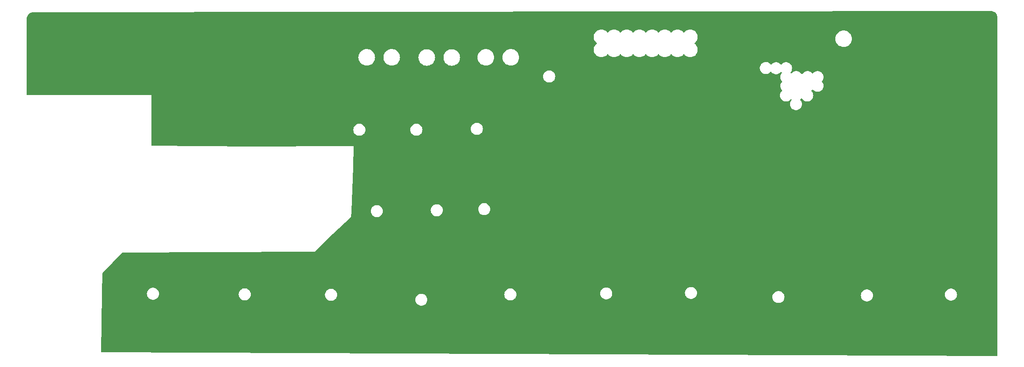
<source format=gbr>
%TF.GenerationSoftware,KiCad,Pcbnew,7.0.7*%
%TF.CreationDate,2024-09-30T16:59:32+02:00*%
%TF.ProjectId,control_motor_pcb,636f6e74-726f-46c5-9f6d-6f746f725f70,rev?*%
%TF.SameCoordinates,Original*%
%TF.FileFunction,Copper,L2,Inr*%
%TF.FilePolarity,Positive*%
%FSLAX46Y46*%
G04 Gerber Fmt 4.6, Leading zero omitted, Abs format (unit mm)*
G04 Created by KiCad (PCBNEW 7.0.7) date 2024-09-30 16:59:32*
%MOMM*%
%LPD*%
G01*
G04 APERTURE LIST*
%TA.AperFunction,ComponentPad*%
%ADD10C,0.800000*%
%TD*%
%TA.AperFunction,ComponentPad*%
%ADD11C,6.400000*%
%TD*%
%TA.AperFunction,ComponentPad*%
%ADD12R,2.600000X2.600000*%
%TD*%
%TA.AperFunction,ComponentPad*%
%ADD13C,2.400000*%
%TD*%
%TA.AperFunction,ViaPad*%
%ADD14C,0.700000*%
%TD*%
%TA.AperFunction,ViaPad*%
%ADD15C,0.900000*%
%TD*%
G04 APERTURE END LIST*
D10*
%TO.N,GND*%
%TO.C,H1*%
X233025000Y-48425000D03*
X233727944Y-46727944D03*
X233727944Y-50122056D03*
X235425000Y-46025000D03*
D11*
X235425000Y-48425000D03*
D10*
X235425000Y-50825000D03*
X237122056Y-46727944D03*
X237122056Y-50122056D03*
X237825000Y-48425000D03*
%TD*%
D12*
%TO.N,GND*%
%TO.C,J1*%
X217600000Y-46620000D03*
%TD*%
D13*
%TO.N,GND*%
%TO.C,C3*%
X107150000Y-65087755D03*
%TD*%
D10*
%TO.N,GND*%
%TO.C,H3*%
X232940000Y-78062056D03*
X233642944Y-76365000D03*
X233642944Y-79759112D03*
X235340000Y-75662056D03*
D11*
X235340000Y-78062056D03*
D10*
X235340000Y-80462056D03*
X237037056Y-76365000D03*
X237037056Y-79759112D03*
X237740000Y-78062056D03*
%TD*%
%TO.N,GND*%
%TO.C,H2*%
X53870000Y-48425000D03*
X54572944Y-46727944D03*
X54572944Y-50122056D03*
X56270000Y-46025000D03*
D11*
X56270000Y-48425000D03*
D10*
X56270000Y-50825000D03*
X57967056Y-46727944D03*
X57967056Y-50122056D03*
X58670000Y-48425000D03*
%TD*%
D13*
%TO.N,GND*%
%TO.C,C4*%
X88026648Y-64965424D03*
%TD*%
D14*
%TO.N,GND*%
X116517739Y-57818122D03*
X177775000Y-83000000D03*
D15*
X71125000Y-49250000D03*
D14*
X69750000Y-97035000D03*
D15*
X163395979Y-107727160D03*
X104252698Y-57810507D03*
D14*
X154060000Y-57295000D03*
X212725000Y-84475000D03*
X181153728Y-106801961D03*
D15*
X87925000Y-47850000D03*
X76700000Y-49275000D03*
D14*
X98325000Y-61650000D03*
D15*
X99052698Y-57910507D03*
X93377698Y-47835507D03*
D14*
X217061729Y-109054500D03*
X206250000Y-105000000D03*
D15*
X89575000Y-47850000D03*
X104252698Y-56060507D03*
D14*
X97075000Y-61650000D03*
X211475000Y-84475000D03*
D15*
X95300000Y-57825000D03*
X228300000Y-45782809D03*
D14*
X99000000Y-109000000D03*
D15*
X83925000Y-46125000D03*
D14*
X116750000Y-104750000D03*
X240437214Y-106825568D03*
D15*
X72816840Y-107598216D03*
D14*
X174050000Y-86525000D03*
X104000000Y-98250000D03*
X59500000Y-53625000D03*
D15*
X74775000Y-49200000D03*
X95300000Y-56075000D03*
X80425000Y-49500000D03*
D14*
X179025000Y-81500000D03*
X181125000Y-63225000D03*
X181500000Y-78050000D03*
X232320000Y-106845000D03*
X196760000Y-106845000D03*
D15*
X133860000Y-84259285D03*
D14*
X93122405Y-108551960D03*
D15*
X99052698Y-56160507D03*
X102502698Y-56060507D03*
D14*
X141750000Y-99000000D03*
X97050000Y-63050000D03*
X178250000Y-98000000D03*
D15*
X72975000Y-47575000D03*
D14*
X143420000Y-106845000D03*
X198510000Y-106845000D03*
D15*
X228300000Y-43532809D03*
D14*
X145170000Y-106845000D03*
X230750000Y-98000000D03*
D15*
X81325000Y-57650000D03*
D14*
X178250000Y-99250000D03*
D15*
X128660000Y-84359285D03*
D14*
X206150000Y-42175000D03*
D15*
X72875000Y-52750000D03*
D14*
X183000000Y-79300000D03*
X59500000Y-55125000D03*
D15*
X108238572Y-107783432D03*
X190275000Y-87075000D03*
X190275000Y-85325000D03*
D14*
X62925000Y-53625000D03*
X161250000Y-98000000D03*
D15*
X82975000Y-57650000D03*
D14*
X134500000Y-104500000D03*
X164220000Y-108595000D03*
X216725000Y-87225000D03*
D15*
X71225000Y-47625000D03*
D14*
X175300000Y-85025000D03*
X109076610Y-108707543D03*
D15*
X120680000Y-84397438D03*
D14*
X145170000Y-108595000D03*
X183000000Y-78050000D03*
D15*
X78675000Y-51250000D03*
D14*
X192650000Y-45175000D03*
D15*
X82175000Y-46125000D03*
D14*
X81750000Y-104750000D03*
X125130286Y-56864899D03*
X181153728Y-108551961D03*
X171250000Y-104750000D03*
X106000000Y-98250000D03*
X242187214Y-106825568D03*
X58250000Y-53625000D03*
X220725000Y-92475000D03*
X127475000Y-70975000D03*
X232320000Y-108595000D03*
X123700000Y-77100000D03*
X179625000Y-67300000D03*
D15*
X226050000Y-48532809D03*
D14*
X71250000Y-98285000D03*
D15*
X193775000Y-83575000D03*
D14*
X107326610Y-108707543D03*
D15*
X197694845Y-107690319D03*
D14*
X199150000Y-43675000D03*
X179625000Y-61975000D03*
X91372405Y-108551960D03*
X177775000Y-81500000D03*
D15*
X118980000Y-84497438D03*
X72875000Y-49250000D03*
D14*
X124250000Y-101750000D03*
X132950000Y-76850000D03*
D15*
X144300120Y-107665758D03*
D14*
X88000000Y-97750000D03*
D15*
X82975000Y-59400000D03*
D14*
X89500000Y-97750000D03*
X160000000Y-99250000D03*
D15*
X74850000Y-46000000D03*
X95127698Y-46085507D03*
X192025000Y-83575000D03*
D14*
X104000000Y-99750000D03*
X242187214Y-108575568D03*
X206250000Y-106250000D03*
X134500000Y-107000000D03*
X140500000Y-99000000D03*
X206150000Y-45175000D03*
D15*
X82125000Y-49400000D03*
D14*
X179403728Y-108551961D03*
X153500000Y-105750000D03*
D15*
X73100000Y-45975000D03*
D14*
X81750000Y-106000000D03*
D15*
X74625000Y-52750000D03*
X76675000Y-51050000D03*
X78775000Y-47875000D03*
X223550000Y-48532809D03*
D14*
X188250000Y-106250000D03*
D15*
X95127698Y-47835507D03*
X241327654Y-107672909D03*
X192025000Y-85325000D03*
D14*
X198510000Y-108595000D03*
X215311729Y-107304500D03*
D15*
X132110000Y-84259285D03*
D14*
X174050000Y-85025000D03*
D15*
X97050000Y-57825000D03*
X74775000Y-47650000D03*
D14*
X125440406Y-108761736D03*
X200650000Y-42175000D03*
X91372405Y-106801960D03*
D15*
X83875000Y-51150000D03*
X233246301Y-107690319D03*
X86175000Y-47850000D03*
D14*
X162470000Y-106845000D03*
D15*
X78675000Y-49500000D03*
D14*
X71951022Y-108489606D03*
X122500000Y-101750000D03*
D15*
X71125000Y-52750000D03*
X91850000Y-57925000D03*
X78775000Y-46125000D03*
D14*
X153500000Y-104500000D03*
D15*
X92295678Y-107617648D03*
D14*
X162470000Y-108595000D03*
X124250000Y-100000000D03*
D15*
X83925000Y-47875000D03*
X79575000Y-57650000D03*
X76800000Y-46050000D03*
D14*
X129804174Y-56728505D03*
X154040000Y-58585000D03*
D15*
X106100000Y-56075000D03*
D14*
X61675000Y-53625000D03*
X153500000Y-107000000D03*
X139650000Y-70675000D03*
D15*
X80525000Y-46125000D03*
D14*
X62925000Y-55125000D03*
X88000000Y-96500000D03*
X181125000Y-66050000D03*
X73701022Y-108489606D03*
X215475000Y-88725000D03*
X134200000Y-76850000D03*
D15*
X91850000Y-56175000D03*
D14*
X154060000Y-56045000D03*
X212250000Y-98250000D03*
X71250000Y-97035000D03*
X121200000Y-77100000D03*
D15*
X87925000Y-46100000D03*
D14*
X134500000Y-105750000D03*
X135178100Y-56742144D03*
X220725000Y-90975000D03*
X179025000Y-83000000D03*
D15*
X76775000Y-47675000D03*
D14*
X179625000Y-63225000D03*
X217061729Y-107304500D03*
X160000000Y-98000000D03*
X197150000Y-45175000D03*
D15*
X216188970Y-108083288D03*
X226050000Y-50782809D03*
X100802698Y-56160507D03*
D14*
X240437214Y-108575568D03*
D15*
X86175000Y-46100000D03*
D14*
X229500000Y-98000000D03*
X106000000Y-99750000D03*
X125975000Y-70975000D03*
X211475000Y-82975000D03*
X215311729Y-109054500D03*
X127190406Y-107011736D03*
D15*
X107850000Y-56075000D03*
D14*
X219475000Y-90975000D03*
X195500000Y-99500000D03*
X199150000Y-45175000D03*
D15*
X102502698Y-57810507D03*
D14*
X223500000Y-107500000D03*
X171250000Y-106000000D03*
X212250000Y-99500000D03*
X89500000Y-96500000D03*
X71951022Y-106739606D03*
D15*
X192025000Y-87075000D03*
X71225000Y-45875000D03*
X107850000Y-57825000D03*
D14*
X107326610Y-106957543D03*
D15*
X93600000Y-56175000D03*
X82125000Y-51150000D03*
X82175000Y-47875000D03*
D14*
X122500000Y-100000000D03*
X213500000Y-99500000D03*
X122450000Y-77100000D03*
X216725000Y-88725000D03*
X161250000Y-99250000D03*
D15*
X228300000Y-48532809D03*
D14*
X139650000Y-71925000D03*
X61675000Y-55125000D03*
X58250000Y-55125000D03*
X201150000Y-45175000D03*
X196760000Y-108595000D03*
X194250000Y-99500000D03*
D15*
X97050000Y-56075000D03*
D14*
X81750000Y-107250000D03*
X229500000Y-99250000D03*
X199150000Y-42175000D03*
D15*
X79475000Y-61025000D03*
X80525000Y-47875000D03*
D14*
X171250000Y-107250000D03*
D15*
X84725000Y-59400000D03*
X91325000Y-47850000D03*
D14*
X230750000Y-99250000D03*
D15*
X193775000Y-87075000D03*
D14*
X215475000Y-87225000D03*
D15*
X84675000Y-60925000D03*
X93600000Y-57925000D03*
D14*
X98300000Y-63050000D03*
X177000000Y-99250000D03*
D15*
X81225000Y-61025000D03*
X223550000Y-50782809D03*
X89575000Y-46100000D03*
D14*
X234070000Y-108595000D03*
D15*
X100802698Y-57910507D03*
D14*
X93122405Y-106801960D03*
X177000000Y-98000000D03*
X133868717Y-56714866D03*
X175300000Y-86525000D03*
X135450000Y-76850000D03*
D15*
X84725000Y-57650000D03*
X130410000Y-84359285D03*
D14*
X234070000Y-106845000D03*
X116517739Y-56808806D03*
X181125000Y-61975000D03*
X141750000Y-97750000D03*
X69750000Y-98285000D03*
D15*
X193775000Y-81575000D03*
X93377698Y-46085507D03*
D14*
X212725000Y-82975000D03*
X188250000Y-105000000D03*
X181125000Y-67300000D03*
D15*
X79575000Y-59400000D03*
D14*
X223500000Y-106250000D03*
D15*
X74625000Y-51000000D03*
D14*
X109076610Y-106957543D03*
D15*
X106100000Y-57825000D03*
D14*
X179403728Y-106801961D03*
X127190406Y-108761736D03*
X197650000Y-42175000D03*
D15*
X81325000Y-59400000D03*
X80425000Y-51250000D03*
D14*
X127475000Y-69725000D03*
X219475000Y-92475000D03*
X125440406Y-107011736D03*
X102000000Y-104500000D03*
D15*
X83875000Y-49400000D03*
X180293666Y-107616637D03*
X71125000Y-51000000D03*
D14*
X116750000Y-107750000D03*
X125975000Y-69725000D03*
X192650000Y-42175000D03*
X223500000Y-105000000D03*
X73701022Y-106739606D03*
X181500000Y-79300000D03*
D15*
X122430000Y-84397438D03*
X76625000Y-52750000D03*
D14*
X143420000Y-108595000D03*
X152790000Y-58585000D03*
D15*
X188775000Y-87075000D03*
D14*
X195500000Y-98250000D03*
X188250000Y-107500000D03*
D15*
X126353325Y-107820272D03*
X72875000Y-51000000D03*
X82925000Y-60925000D03*
D14*
X206250000Y-107500000D03*
D15*
X91325000Y-46100000D03*
X193775000Y-85325000D03*
D14*
X194250000Y-98250000D03*
X164220000Y-106845000D03*
X213500000Y-98250000D03*
X179625000Y-66050000D03*
D15*
X228300000Y-50782809D03*
%TD*%
%TA.AperFunction,Conductor*%
%TO.N,GND*%
G36*
X242058063Y-41050598D02*
G01*
X242174065Y-41057663D01*
X242252124Y-41062418D01*
X242271616Y-41065172D01*
X242454117Y-41105956D01*
X242472929Y-41111763D01*
X242646667Y-41180929D01*
X242664324Y-41189641D01*
X242824910Y-41285441D01*
X242840971Y-41296844D01*
X242984369Y-41416869D01*
X242998421Y-41430670D01*
X243121000Y-41571881D01*
X243132690Y-41587735D01*
X243231361Y-41746573D01*
X243240393Y-41764077D01*
X243312669Y-41936538D01*
X243318815Y-41955251D01*
X243362870Y-42136977D01*
X243365976Y-42156428D01*
X243381251Y-42349817D01*
X243381444Y-42354744D01*
X243381406Y-42409436D01*
X243381455Y-42410078D01*
X243393750Y-110098706D01*
X243374078Y-110165750D01*
X243321282Y-110211514D01*
X243269243Y-110222728D01*
X64074957Y-109490294D01*
X64007999Y-109470336D01*
X63962460Y-109417345D01*
X63951484Y-109364063D01*
X64160969Y-97746313D01*
X73138978Y-97746313D01*
X73159505Y-97967848D01*
X73159506Y-97967850D01*
X73220390Y-98181836D01*
X73220396Y-98181851D01*
X73319559Y-98380996D01*
X73319564Y-98381004D01*
X73453641Y-98558551D01*
X73618058Y-98708436D01*
X73618060Y-98708438D01*
X73807216Y-98825558D01*
X73807217Y-98825558D01*
X73807220Y-98825560D01*
X74014681Y-98905931D01*
X74233378Y-98946813D01*
X74233380Y-98946813D01*
X74455862Y-98946813D01*
X74455864Y-98946813D01*
X74674561Y-98905931D01*
X74882022Y-98825560D01*
X75071183Y-98708437D01*
X75235602Y-98558549D01*
X75369679Y-98381002D01*
X75468850Y-98181841D01*
X75529736Y-97967849D01*
X75540121Y-97855775D01*
X91510239Y-97855775D01*
X91530766Y-98077310D01*
X91530767Y-98077312D01*
X91591651Y-98291298D01*
X91591657Y-98291313D01*
X91690820Y-98490458D01*
X91690825Y-98490466D01*
X91824902Y-98668013D01*
X91989319Y-98817898D01*
X91989321Y-98817900D01*
X92178477Y-98935020D01*
X92178478Y-98935020D01*
X92178481Y-98935022D01*
X92385942Y-99015393D01*
X92604639Y-99056275D01*
X92604641Y-99056275D01*
X92827123Y-99056275D01*
X92827125Y-99056275D01*
X93045822Y-99015393D01*
X93253283Y-98935022D01*
X93442444Y-98817899D01*
X93606863Y-98668011D01*
X93740940Y-98490464D01*
X93840111Y-98291303D01*
X93900997Y-98077311D01*
X93912331Y-97955000D01*
X108777226Y-97955000D01*
X108797753Y-98176535D01*
X108797754Y-98176537D01*
X108858638Y-98390523D01*
X108858644Y-98390538D01*
X108957807Y-98589683D01*
X108957812Y-98589691D01*
X109091889Y-98767238D01*
X109256306Y-98917123D01*
X109256308Y-98917125D01*
X109445464Y-99034245D01*
X109445465Y-99034245D01*
X109445468Y-99034247D01*
X109652929Y-99114618D01*
X109871626Y-99155500D01*
X109871628Y-99155500D01*
X110094110Y-99155500D01*
X110094112Y-99155500D01*
X110312809Y-99114618D01*
X110520270Y-99034247D01*
X110677270Y-98937037D01*
X126857293Y-98937037D01*
X126877820Y-99158572D01*
X126877821Y-99158574D01*
X126938705Y-99372560D01*
X126938711Y-99372575D01*
X127037874Y-99571720D01*
X127037879Y-99571728D01*
X127171956Y-99749275D01*
X127336373Y-99899160D01*
X127336375Y-99899162D01*
X127525531Y-100016282D01*
X127525532Y-100016282D01*
X127525535Y-100016284D01*
X127732996Y-100096655D01*
X127951693Y-100137537D01*
X127951695Y-100137537D01*
X128174177Y-100137537D01*
X128174179Y-100137537D01*
X128392876Y-100096655D01*
X128600337Y-100016284D01*
X128789498Y-99899161D01*
X128953917Y-99749273D01*
X129087994Y-99571726D01*
X129187165Y-99372565D01*
X129248051Y-99158573D01*
X129268579Y-98937037D01*
X129258839Y-98831929D01*
X129248051Y-98715501D01*
X129248050Y-98715499D01*
X129247180Y-98712443D01*
X129187165Y-98501509D01*
X129187160Y-98501498D01*
X129087997Y-98302353D01*
X129087992Y-98302345D01*
X128953915Y-98124798D01*
X128789498Y-97974913D01*
X128789496Y-97974911D01*
X128625167Y-97873163D01*
X144664572Y-97873163D01*
X144685099Y-98094698D01*
X144685100Y-98094700D01*
X144745984Y-98308686D01*
X144745990Y-98308701D01*
X144845153Y-98507846D01*
X144845158Y-98507854D01*
X144979235Y-98685401D01*
X145124578Y-98817898D01*
X145139969Y-98831929D01*
X145143652Y-98835286D01*
X145143654Y-98835288D01*
X145332810Y-98952408D01*
X145332811Y-98952408D01*
X145332814Y-98952410D01*
X145540275Y-99032781D01*
X145758972Y-99073663D01*
X145758974Y-99073663D01*
X145981456Y-99073663D01*
X145981458Y-99073663D01*
X146200155Y-99032781D01*
X146407616Y-98952410D01*
X146596777Y-98835287D01*
X146761196Y-98685399D01*
X146895273Y-98507852D01*
X146994444Y-98308691D01*
X147055330Y-98094699D01*
X147075858Y-97873163D01*
X147057185Y-97671643D01*
X163859320Y-97671643D01*
X163879848Y-97893178D01*
X163879849Y-97893180D01*
X163940733Y-98107166D01*
X163940739Y-98107181D01*
X164039902Y-98306326D01*
X164039907Y-98306334D01*
X164173984Y-98483881D01*
X164338401Y-98633766D01*
X164338403Y-98633768D01*
X164527559Y-98750888D01*
X164527560Y-98750888D01*
X164527563Y-98750890D01*
X164735024Y-98831261D01*
X164953721Y-98872143D01*
X164953723Y-98872143D01*
X165176205Y-98872143D01*
X165176207Y-98872143D01*
X165394904Y-98831261D01*
X165602365Y-98750890D01*
X165791526Y-98633767D01*
X165931246Y-98506394D01*
X165955943Y-98483881D01*
X166020064Y-98398972D01*
X166090022Y-98306332D01*
X166189193Y-98107171D01*
X166250079Y-97893179D01*
X166270607Y-97671643D01*
X166262739Y-97586736D01*
X180829651Y-97586736D01*
X180850178Y-97808271D01*
X180850179Y-97808273D01*
X180911063Y-98022259D01*
X180911069Y-98022274D01*
X181010232Y-98221419D01*
X181010237Y-98221427D01*
X181144314Y-98398974D01*
X181269699Y-98513277D01*
X181308635Y-98548772D01*
X181308731Y-98548859D01*
X181308733Y-98548861D01*
X181497889Y-98665981D01*
X181497890Y-98665981D01*
X181497893Y-98665983D01*
X181705354Y-98746354D01*
X181924051Y-98787236D01*
X181924053Y-98787236D01*
X182146535Y-98787236D01*
X182146537Y-98787236D01*
X182365234Y-98746354D01*
X182572695Y-98665983D01*
X182761856Y-98548860D01*
X182926275Y-98398972D01*
X182928213Y-98396406D01*
X198333452Y-98396406D01*
X198353980Y-98617941D01*
X198353981Y-98617943D01*
X198414865Y-98831929D01*
X198414871Y-98831944D01*
X198514034Y-99031089D01*
X198514039Y-99031097D01*
X198648116Y-99208644D01*
X198812533Y-99358529D01*
X198812535Y-99358531D01*
X199001691Y-99475651D01*
X199001692Y-99475651D01*
X199001695Y-99475653D01*
X199209156Y-99556024D01*
X199427853Y-99596906D01*
X199427855Y-99596906D01*
X199650337Y-99596906D01*
X199650339Y-99596906D01*
X199869036Y-99556024D01*
X200076497Y-99475653D01*
X200265658Y-99358530D01*
X200430077Y-99208642D01*
X200564154Y-99031095D01*
X200663325Y-98831934D01*
X200724211Y-98617942D01*
X200744739Y-98396406D01*
X200734999Y-98291298D01*
X200724211Y-98174870D01*
X200724210Y-98174868D01*
X200713042Y-98135618D01*
X200696579Y-98077754D01*
X216044399Y-98077754D01*
X216064926Y-98299289D01*
X216064927Y-98299291D01*
X216125811Y-98513277D01*
X216125817Y-98513292D01*
X216224980Y-98712437D01*
X216224985Y-98712445D01*
X216359062Y-98889992D01*
X216523479Y-99039877D01*
X216523481Y-99039879D01*
X216712637Y-99156999D01*
X216712638Y-99156999D01*
X216712641Y-99157001D01*
X216920102Y-99237372D01*
X217138799Y-99278254D01*
X217138801Y-99278254D01*
X217361283Y-99278254D01*
X217361285Y-99278254D01*
X217579982Y-99237372D01*
X217787443Y-99157001D01*
X217976604Y-99039878D01*
X218141023Y-98889990D01*
X218275100Y-98712443D01*
X218374271Y-98513282D01*
X218435157Y-98299290D01*
X218455685Y-98077754D01*
X218440519Y-97914081D01*
X232867927Y-97914081D01*
X232888454Y-98135616D01*
X232888455Y-98135618D01*
X232949339Y-98349604D01*
X232949345Y-98349619D01*
X233048508Y-98548764D01*
X233048513Y-98548772D01*
X233182590Y-98726319D01*
X233347007Y-98876204D01*
X233347009Y-98876206D01*
X233536165Y-98993326D01*
X233536166Y-98993326D01*
X233536169Y-98993328D01*
X233743630Y-99073699D01*
X233962327Y-99114581D01*
X233962329Y-99114581D01*
X234184811Y-99114581D01*
X234184813Y-99114581D01*
X234403510Y-99073699D01*
X234610971Y-98993328D01*
X234800132Y-98876205D01*
X234939852Y-98748832D01*
X234964549Y-98726319D01*
X234972719Y-98715501D01*
X235098628Y-98548770D01*
X235197799Y-98349609D01*
X235258685Y-98135617D01*
X235279213Y-97914081D01*
X235258685Y-97692545D01*
X235197799Y-97478553D01*
X235197794Y-97478542D01*
X235098631Y-97279397D01*
X235098626Y-97279389D01*
X234964549Y-97101842D01*
X234800132Y-96951957D01*
X234800130Y-96951955D01*
X234610974Y-96834835D01*
X234610968Y-96834833D01*
X234403510Y-96754463D01*
X234184813Y-96713581D01*
X233962327Y-96713581D01*
X233743630Y-96754463D01*
X233641788Y-96793917D01*
X233536171Y-96834833D01*
X233536165Y-96834835D01*
X233347009Y-96951955D01*
X233347007Y-96951957D01*
X233182590Y-97101842D01*
X233048513Y-97279389D01*
X233048508Y-97279397D01*
X232949345Y-97478542D01*
X232949339Y-97478557D01*
X232888455Y-97692543D01*
X232888454Y-97692545D01*
X232867927Y-97914080D01*
X232867927Y-97914081D01*
X218440519Y-97914081D01*
X218435157Y-97856218D01*
X218374271Y-97642226D01*
X218370293Y-97634237D01*
X218275103Y-97443070D01*
X218275098Y-97443062D01*
X218141021Y-97265515D01*
X217976604Y-97115630D01*
X217976602Y-97115628D01*
X217787446Y-96998508D01*
X217787440Y-96998506D01*
X217579982Y-96918136D01*
X217361285Y-96877254D01*
X217138799Y-96877254D01*
X216920102Y-96918136D01*
X216832800Y-96951957D01*
X216712643Y-96998506D01*
X216712637Y-96998508D01*
X216523481Y-97115628D01*
X216523479Y-97115630D01*
X216359062Y-97265515D01*
X216224985Y-97443062D01*
X216224980Y-97443070D01*
X216125817Y-97642215D01*
X216125811Y-97642230D01*
X216064927Y-97856216D01*
X216064926Y-97856218D01*
X216044399Y-98077753D01*
X216044399Y-98077754D01*
X200696579Y-98077754D01*
X200663325Y-97960878D01*
X200663320Y-97960867D01*
X200564157Y-97761722D01*
X200564152Y-97761714D01*
X200430075Y-97584167D01*
X200265658Y-97434282D01*
X200265656Y-97434280D01*
X200076500Y-97317160D01*
X200076494Y-97317158D01*
X200060054Y-97310789D01*
X199869036Y-97236788D01*
X199650339Y-97195906D01*
X199427853Y-97195906D01*
X199209156Y-97236788D01*
X199099183Y-97279392D01*
X199001697Y-97317158D01*
X199001691Y-97317160D01*
X198812535Y-97434280D01*
X198812533Y-97434282D01*
X198648116Y-97584167D01*
X198514039Y-97761714D01*
X198514034Y-97761722D01*
X198414871Y-97960867D01*
X198414865Y-97960882D01*
X198353981Y-98174868D01*
X198353980Y-98174870D01*
X198333452Y-98396405D01*
X198333452Y-98396406D01*
X182928213Y-98396406D01*
X183060352Y-98221425D01*
X183159523Y-98022264D01*
X183220409Y-97808272D01*
X183240937Y-97586736D01*
X183220409Y-97365200D01*
X183159523Y-97151208D01*
X183159518Y-97151197D01*
X183060355Y-96952052D01*
X183060350Y-96952044D01*
X182926273Y-96774497D01*
X182761856Y-96624612D01*
X182761854Y-96624610D01*
X182572698Y-96507490D01*
X182572692Y-96507488D01*
X182365234Y-96427118D01*
X182146537Y-96386236D01*
X181924051Y-96386236D01*
X181705354Y-96427118D01*
X181591713Y-96471143D01*
X181497895Y-96507488D01*
X181497889Y-96507490D01*
X181308733Y-96624610D01*
X181308731Y-96624612D01*
X181144314Y-96774497D01*
X181010237Y-96952044D01*
X181010232Y-96952052D01*
X180911069Y-97151197D01*
X180911063Y-97151212D01*
X180850179Y-97365198D01*
X180850178Y-97365200D01*
X180829651Y-97586735D01*
X180829651Y-97586736D01*
X166262739Y-97586736D01*
X166256505Y-97519461D01*
X166250079Y-97450107D01*
X166250078Y-97450105D01*
X166248076Y-97443070D01*
X166189193Y-97236115D01*
X166181712Y-97221091D01*
X166090025Y-97036959D01*
X166090020Y-97036951D01*
X165955943Y-96859404D01*
X165791526Y-96709519D01*
X165791524Y-96709517D01*
X165602368Y-96592397D01*
X165602362Y-96592395D01*
X165394904Y-96512025D01*
X165176207Y-96471143D01*
X164953721Y-96471143D01*
X164735024Y-96512025D01*
X164603828Y-96562850D01*
X164527565Y-96592395D01*
X164527559Y-96592397D01*
X164338403Y-96709517D01*
X164338401Y-96709519D01*
X164173984Y-96859404D01*
X164039907Y-97036951D01*
X164039902Y-97036959D01*
X163940739Y-97236104D01*
X163940733Y-97236119D01*
X163879849Y-97450105D01*
X163879848Y-97450107D01*
X163859320Y-97671642D01*
X163859320Y-97671643D01*
X147057185Y-97671643D01*
X147055330Y-97651627D01*
X146994444Y-97437635D01*
X146994439Y-97437624D01*
X146895276Y-97238479D01*
X146895271Y-97238471D01*
X146761194Y-97060924D01*
X146596777Y-96911039D01*
X146596775Y-96911037D01*
X146407619Y-96793917D01*
X146407613Y-96793915D01*
X146200155Y-96713545D01*
X145981458Y-96672663D01*
X145758972Y-96672663D01*
X145540275Y-96713545D01*
X145434654Y-96754463D01*
X145332816Y-96793915D01*
X145332810Y-96793917D01*
X145143654Y-96911037D01*
X145143652Y-96911039D01*
X144979235Y-97060924D01*
X144845158Y-97238471D01*
X144845153Y-97238479D01*
X144745990Y-97437624D01*
X144745984Y-97437639D01*
X144685100Y-97651625D01*
X144685099Y-97651627D01*
X144664572Y-97873162D01*
X144664572Y-97873163D01*
X128625167Y-97873163D01*
X128600340Y-97857791D01*
X128600334Y-97857789D01*
X128596274Y-97856216D01*
X128392876Y-97777419D01*
X128174179Y-97736537D01*
X127951693Y-97736537D01*
X127732996Y-97777419D01*
X127653353Y-97808273D01*
X127525537Y-97857789D01*
X127525531Y-97857791D01*
X127336375Y-97974911D01*
X127336373Y-97974913D01*
X127171956Y-98124798D01*
X127037879Y-98302345D01*
X127037874Y-98302353D01*
X126938711Y-98501498D01*
X126938705Y-98501513D01*
X126877821Y-98715499D01*
X126877820Y-98715501D01*
X126857293Y-98937036D01*
X126857293Y-98937037D01*
X110677270Y-98937037D01*
X110709431Y-98917124D01*
X110873850Y-98767236D01*
X111007927Y-98589689D01*
X111107098Y-98390528D01*
X111167984Y-98176536D01*
X111188512Y-97955000D01*
X111182783Y-97893178D01*
X111167984Y-97733464D01*
X111167983Y-97733462D01*
X111156341Y-97692545D01*
X111107098Y-97519472D01*
X111086723Y-97478553D01*
X111007930Y-97320316D01*
X111007925Y-97320308D01*
X110873848Y-97142761D01*
X110709431Y-96992876D01*
X110709429Y-96992874D01*
X110520273Y-96875754D01*
X110520267Y-96875752D01*
X110312809Y-96795382D01*
X110094112Y-96754500D01*
X109871626Y-96754500D01*
X109652929Y-96795382D01*
X109521733Y-96846207D01*
X109445470Y-96875752D01*
X109445464Y-96875754D01*
X109256308Y-96992874D01*
X109256306Y-96992876D01*
X109091889Y-97142761D01*
X108957812Y-97320308D01*
X108957807Y-97320316D01*
X108858644Y-97519461D01*
X108858638Y-97519476D01*
X108797754Y-97733462D01*
X108797753Y-97733464D01*
X108777226Y-97954999D01*
X108777226Y-97955000D01*
X93912331Y-97955000D01*
X93921525Y-97855775D01*
X93900997Y-97634239D01*
X93840111Y-97420247D01*
X93790351Y-97320316D01*
X93740943Y-97221091D01*
X93740938Y-97221083D01*
X93606861Y-97043536D01*
X93442444Y-96893651D01*
X93442442Y-96893649D01*
X93253286Y-96776529D01*
X93253280Y-96776527D01*
X93248040Y-96774497D01*
X93045822Y-96696157D01*
X92827125Y-96655275D01*
X92604639Y-96655275D01*
X92385942Y-96696157D01*
X92340966Y-96713581D01*
X92178483Y-96776527D01*
X92178477Y-96776529D01*
X91989321Y-96893649D01*
X91989319Y-96893651D01*
X91824902Y-97043536D01*
X91690825Y-97221083D01*
X91690820Y-97221091D01*
X91591657Y-97420236D01*
X91591651Y-97420251D01*
X91530767Y-97634237D01*
X91530766Y-97634239D01*
X91510239Y-97855774D01*
X91510239Y-97855775D01*
X75540121Y-97855775D01*
X75550264Y-97746313D01*
X75535239Y-97584170D01*
X75529736Y-97524777D01*
X75529735Y-97524775D01*
X75528227Y-97519476D01*
X75468850Y-97310785D01*
X75453221Y-97279397D01*
X75369682Y-97111629D01*
X75369677Y-97111621D01*
X75235600Y-96934074D01*
X75071183Y-96784189D01*
X75071181Y-96784187D01*
X74882025Y-96667067D01*
X74882019Y-96667065D01*
X74674561Y-96586695D01*
X74455864Y-96545813D01*
X74233378Y-96545813D01*
X74014681Y-96586695D01*
X73916806Y-96624612D01*
X73807222Y-96667065D01*
X73807216Y-96667067D01*
X73618060Y-96784187D01*
X73618058Y-96784189D01*
X73453641Y-96934074D01*
X73319564Y-97111621D01*
X73319559Y-97111629D01*
X73220396Y-97310774D01*
X73220390Y-97310789D01*
X73159506Y-97524775D01*
X73159505Y-97524777D01*
X73138978Y-97746312D01*
X73138978Y-97746313D01*
X64160969Y-97746313D01*
X64235196Y-93629769D01*
X64256086Y-93563099D01*
X64270610Y-93545222D01*
X68213745Y-89521991D01*
X68274725Y-89487893D01*
X68301790Y-89484789D01*
X105200000Y-89335000D01*
X106700000Y-89335000D01*
X109123749Y-86836289D01*
X109126320Y-86833790D01*
X113986086Y-82380448D01*
X114034425Y-81175000D01*
X117944357Y-81175000D01*
X117964884Y-81396535D01*
X117964885Y-81396537D01*
X118025769Y-81610523D01*
X118025775Y-81610538D01*
X118124938Y-81809683D01*
X118124943Y-81809691D01*
X118259020Y-81987238D01*
X118423437Y-82137123D01*
X118423439Y-82137125D01*
X118612595Y-82254245D01*
X118612596Y-82254245D01*
X118612599Y-82254247D01*
X118820060Y-82334618D01*
X119038757Y-82375500D01*
X119038759Y-82375500D01*
X119261241Y-82375500D01*
X119261243Y-82375500D01*
X119479940Y-82334618D01*
X119687401Y-82254247D01*
X119876562Y-82137124D01*
X120040981Y-81987236D01*
X120175058Y-81809689D01*
X120274229Y-81610528D01*
X120335115Y-81396536D01*
X120355643Y-81175000D01*
X120339427Y-81000000D01*
X129944357Y-81000000D01*
X129964884Y-81221535D01*
X129964885Y-81221537D01*
X130025769Y-81435523D01*
X130025775Y-81435538D01*
X130124938Y-81634683D01*
X130124943Y-81634691D01*
X130259020Y-81812238D01*
X130423437Y-81962123D01*
X130423439Y-81962125D01*
X130612595Y-82079245D01*
X130612596Y-82079245D01*
X130612599Y-82079247D01*
X130820060Y-82159618D01*
X131038757Y-82200500D01*
X131038759Y-82200500D01*
X131261241Y-82200500D01*
X131261243Y-82200500D01*
X131479940Y-82159618D01*
X131687401Y-82079247D01*
X131876562Y-81962124D01*
X132040981Y-81812236D01*
X132175058Y-81634689D01*
X132274229Y-81435528D01*
X132335115Y-81221536D01*
X132355643Y-81000000D01*
X132335115Y-80778464D01*
X132334129Y-80775000D01*
X139444357Y-80775000D01*
X139464884Y-80996535D01*
X139464885Y-80996537D01*
X139525769Y-81210523D01*
X139525775Y-81210538D01*
X139624938Y-81409683D01*
X139624943Y-81409691D01*
X139759020Y-81587238D01*
X139923437Y-81737123D01*
X139923439Y-81737125D01*
X140112595Y-81854245D01*
X140112596Y-81854245D01*
X140112599Y-81854247D01*
X140320060Y-81934618D01*
X140538757Y-81975500D01*
X140538759Y-81975500D01*
X140761241Y-81975500D01*
X140761243Y-81975500D01*
X140979940Y-81934618D01*
X141187401Y-81854247D01*
X141376562Y-81737124D01*
X141540981Y-81587236D01*
X141675058Y-81409689D01*
X141774229Y-81210528D01*
X141835115Y-80996536D01*
X141855643Y-80775000D01*
X141835115Y-80553464D01*
X141774229Y-80339472D01*
X141774224Y-80339461D01*
X141675061Y-80140316D01*
X141675056Y-80140308D01*
X141540979Y-79962761D01*
X141376562Y-79812876D01*
X141376560Y-79812874D01*
X141187404Y-79695754D01*
X141187398Y-79695752D01*
X140979940Y-79615382D01*
X140761243Y-79574500D01*
X140538757Y-79574500D01*
X140320060Y-79615382D01*
X140188864Y-79666207D01*
X140112601Y-79695752D01*
X140112595Y-79695754D01*
X139923439Y-79812874D01*
X139923437Y-79812876D01*
X139759020Y-79962761D01*
X139624943Y-80140308D01*
X139624938Y-80140316D01*
X139525775Y-80339461D01*
X139525769Y-80339476D01*
X139464885Y-80553462D01*
X139464884Y-80553464D01*
X139444357Y-80774999D01*
X139444357Y-80775000D01*
X132334129Y-80775000D01*
X132274229Y-80564472D01*
X132262201Y-80540316D01*
X132175061Y-80365316D01*
X132175056Y-80365308D01*
X132040979Y-80187761D01*
X131876562Y-80037876D01*
X131876560Y-80037874D01*
X131687404Y-79920754D01*
X131687398Y-79920752D01*
X131479940Y-79840382D01*
X131261243Y-79799500D01*
X131038757Y-79799500D01*
X130820060Y-79840382D01*
X130688864Y-79891207D01*
X130612601Y-79920752D01*
X130612595Y-79920754D01*
X130423439Y-80037874D01*
X130423437Y-80037876D01*
X130259020Y-80187761D01*
X130124943Y-80365308D01*
X130124938Y-80365316D01*
X130025775Y-80564461D01*
X130025769Y-80564476D01*
X129964885Y-80778462D01*
X129964884Y-80778464D01*
X129944357Y-80999999D01*
X129944357Y-81000000D01*
X120339427Y-81000000D01*
X120335115Y-80953464D01*
X120274229Y-80739472D01*
X120187089Y-80564472D01*
X120175061Y-80540316D01*
X120175056Y-80540308D01*
X120040979Y-80362761D01*
X119876562Y-80212876D01*
X119876560Y-80212874D01*
X119687404Y-80095754D01*
X119687398Y-80095752D01*
X119479940Y-80015382D01*
X119261243Y-79974500D01*
X119038757Y-79974500D01*
X118820060Y-80015382D01*
X118688864Y-80066207D01*
X118612601Y-80095752D01*
X118612595Y-80095754D01*
X118423439Y-80212874D01*
X118423437Y-80212876D01*
X118259020Y-80362761D01*
X118124943Y-80540308D01*
X118124938Y-80540316D01*
X118025775Y-80739461D01*
X118025769Y-80739476D01*
X117964885Y-80953462D01*
X117964884Y-80953464D01*
X117944357Y-81174999D01*
X117944357Y-81175000D01*
X114034425Y-81175000D01*
X114386086Y-72405448D01*
X114511086Y-68180448D01*
X114511085Y-68180447D01*
X114511086Y-68180447D01*
X111631086Y-68105448D01*
X94186086Y-68230448D01*
X74160704Y-68093937D01*
X74093800Y-68073796D01*
X74048406Y-68020681D01*
X74037549Y-67970004D01*
X74036086Y-64980448D01*
X74036086Y-64955448D01*
X74035722Y-64853163D01*
X114444357Y-64853163D01*
X114464884Y-65074698D01*
X114464885Y-65074700D01*
X114525769Y-65288686D01*
X114525775Y-65288701D01*
X114624938Y-65487846D01*
X114624943Y-65487854D01*
X114759020Y-65665401D01*
X114923437Y-65815286D01*
X114923439Y-65815288D01*
X115112595Y-65932408D01*
X115112596Y-65932408D01*
X115112599Y-65932410D01*
X115320060Y-66012781D01*
X115538757Y-66053663D01*
X115538759Y-66053663D01*
X115761241Y-66053663D01*
X115761243Y-66053663D01*
X115979940Y-66012781D01*
X116187401Y-65932410D01*
X116376562Y-65815287D01*
X116540981Y-65665399D01*
X116675058Y-65487852D01*
X116774229Y-65288691D01*
X116835115Y-65074699D01*
X116855643Y-64853163D01*
X125863152Y-64853163D01*
X125883679Y-65074698D01*
X125883680Y-65074700D01*
X125944564Y-65288686D01*
X125944570Y-65288701D01*
X126043733Y-65487846D01*
X126043738Y-65487854D01*
X126177815Y-65665401D01*
X126342232Y-65815286D01*
X126342234Y-65815288D01*
X126531390Y-65932408D01*
X126531391Y-65932408D01*
X126531394Y-65932410D01*
X126738855Y-66012781D01*
X126957552Y-66053663D01*
X126957554Y-66053663D01*
X127180036Y-66053663D01*
X127180038Y-66053663D01*
X127398735Y-66012781D01*
X127606196Y-65932410D01*
X127795357Y-65815287D01*
X127959776Y-65665399D01*
X128093853Y-65487852D01*
X128193024Y-65288691D01*
X128253910Y-65074699D01*
X128274438Y-64853163D01*
X128257929Y-64675000D01*
X137972123Y-64675000D01*
X137992650Y-64896535D01*
X137992651Y-64896537D01*
X138053535Y-65110523D01*
X138053541Y-65110538D01*
X138152704Y-65309683D01*
X138152709Y-65309691D01*
X138286786Y-65487238D01*
X138451203Y-65637123D01*
X138451205Y-65637125D01*
X138640361Y-65754245D01*
X138640362Y-65754245D01*
X138640365Y-65754247D01*
X138847826Y-65834618D01*
X139066523Y-65875500D01*
X139066525Y-65875500D01*
X139289007Y-65875500D01*
X139289009Y-65875500D01*
X139507706Y-65834618D01*
X139715167Y-65754247D01*
X139904328Y-65637124D01*
X140068747Y-65487236D01*
X140202824Y-65309689D01*
X140301995Y-65110528D01*
X140362881Y-64896536D01*
X140383409Y-64675000D01*
X140362881Y-64453464D01*
X140301995Y-64239472D01*
X140291542Y-64218479D01*
X140202827Y-64040316D01*
X140202822Y-64040308D01*
X140068745Y-63862761D01*
X139904328Y-63712876D01*
X139904326Y-63712874D01*
X139715170Y-63595754D01*
X139715164Y-63595752D01*
X139507706Y-63515382D01*
X139289009Y-63474500D01*
X139066523Y-63474500D01*
X138847826Y-63515382D01*
X138716630Y-63566207D01*
X138640367Y-63595752D01*
X138640361Y-63595754D01*
X138451205Y-63712874D01*
X138451203Y-63712876D01*
X138286786Y-63862761D01*
X138152709Y-64040308D01*
X138152704Y-64040316D01*
X138053541Y-64239461D01*
X138053535Y-64239476D01*
X137992651Y-64453462D01*
X137992650Y-64453464D01*
X137972123Y-64674999D01*
X137972123Y-64675000D01*
X128257929Y-64675000D01*
X128253910Y-64631627D01*
X128193024Y-64417635D01*
X128104309Y-64239472D01*
X128093856Y-64218479D01*
X128093851Y-64218471D01*
X127959774Y-64040924D01*
X127795357Y-63891039D01*
X127795355Y-63891037D01*
X127606199Y-63773917D01*
X127606193Y-63773915D01*
X127398735Y-63693545D01*
X127180038Y-63652663D01*
X126957552Y-63652663D01*
X126738855Y-63693545D01*
X126607659Y-63744370D01*
X126531396Y-63773915D01*
X126531390Y-63773917D01*
X126342234Y-63891037D01*
X126342232Y-63891039D01*
X126177815Y-64040924D01*
X126043738Y-64218471D01*
X126043733Y-64218479D01*
X125944570Y-64417624D01*
X125944564Y-64417639D01*
X125883680Y-64631625D01*
X125883679Y-64631627D01*
X125863152Y-64853162D01*
X125863152Y-64853163D01*
X116855643Y-64853163D01*
X116835115Y-64631627D01*
X116774229Y-64417635D01*
X116685514Y-64239472D01*
X116675061Y-64218479D01*
X116675056Y-64218471D01*
X116540979Y-64040924D01*
X116376562Y-63891039D01*
X116376560Y-63891037D01*
X116187404Y-63773917D01*
X116187398Y-63773915D01*
X115979940Y-63693545D01*
X115761243Y-63652663D01*
X115538757Y-63652663D01*
X115320060Y-63693545D01*
X115188864Y-63744370D01*
X115112601Y-63773915D01*
X115112595Y-63773917D01*
X114923439Y-63891037D01*
X114923437Y-63891039D01*
X114759020Y-64040924D01*
X114624943Y-64218471D01*
X114624938Y-64218479D01*
X114525775Y-64417624D01*
X114525769Y-64417639D01*
X114464885Y-64631625D01*
X114464884Y-64631627D01*
X114444357Y-64853162D01*
X114444357Y-64853163D01*
X74035722Y-64853163D01*
X74011086Y-57930448D01*
X49175359Y-57930448D01*
X49108320Y-57910763D01*
X49062565Y-57857959D01*
X49051359Y-57806458D01*
X49051056Y-54175000D01*
X152444356Y-54175000D01*
X152464884Y-54396535D01*
X152464885Y-54396537D01*
X152525769Y-54610523D01*
X152525775Y-54610538D01*
X152624938Y-54809683D01*
X152624943Y-54809691D01*
X152759020Y-54987238D01*
X152923437Y-55137123D01*
X152923439Y-55137125D01*
X153112595Y-55254245D01*
X153112596Y-55254245D01*
X153112599Y-55254247D01*
X153320060Y-55334618D01*
X153538757Y-55375500D01*
X153538759Y-55375500D01*
X153761241Y-55375500D01*
X153761243Y-55375500D01*
X153979940Y-55334618D01*
X154187401Y-55254247D01*
X154376562Y-55137124D01*
X154540981Y-54987236D01*
X154675058Y-54809689D01*
X154774229Y-54610528D01*
X154835115Y-54396536D01*
X154855643Y-54175000D01*
X154846234Y-54073464D01*
X154835115Y-53953464D01*
X154835114Y-53953462D01*
X154809142Y-53862181D01*
X154774229Y-53739472D01*
X154774224Y-53739461D01*
X154675061Y-53540316D01*
X154675056Y-53540308D01*
X154540979Y-53362761D01*
X154376562Y-53212876D01*
X154376560Y-53212874D01*
X154187404Y-53095754D01*
X154187398Y-53095752D01*
X153979940Y-53015382D01*
X153761243Y-52974500D01*
X153538757Y-52974500D01*
X153320060Y-53015382D01*
X153188864Y-53066207D01*
X153112601Y-53095752D01*
X153112595Y-53095754D01*
X152923439Y-53212874D01*
X152923437Y-53212876D01*
X152759020Y-53362761D01*
X152624943Y-53540308D01*
X152624938Y-53540316D01*
X152525775Y-53739461D01*
X152525769Y-53739476D01*
X152464885Y-53953462D01*
X152464884Y-53953464D01*
X152444356Y-54174999D01*
X152444356Y-54175000D01*
X49051056Y-54175000D01*
X49050915Y-52481392D01*
X195820587Y-52481392D01*
X195841114Y-52702927D01*
X195841115Y-52702929D01*
X195901999Y-52916915D01*
X195902005Y-52916930D01*
X196001168Y-53116075D01*
X196001173Y-53116083D01*
X196135250Y-53293630D01*
X196299667Y-53443515D01*
X196299669Y-53443517D01*
X196488825Y-53560637D01*
X196488826Y-53560637D01*
X196488829Y-53560639D01*
X196696290Y-53641010D01*
X196914987Y-53681892D01*
X196914989Y-53681892D01*
X197137471Y-53681892D01*
X197137473Y-53681892D01*
X197356170Y-53641010D01*
X197563631Y-53560639D01*
X197752792Y-53443516D01*
X197917211Y-53293628D01*
X197934101Y-53271261D01*
X197990207Y-53229625D01*
X198059919Y-53224931D01*
X198121102Y-53258671D01*
X198132010Y-53271259D01*
X198178841Y-53333272D01*
X198184701Y-53338614D01*
X198342822Y-53482761D01*
X198343258Y-53483158D01*
X198343260Y-53483160D01*
X198532416Y-53600280D01*
X198532417Y-53600280D01*
X198532420Y-53600282D01*
X198739881Y-53680653D01*
X198958578Y-53721535D01*
X198958580Y-53721535D01*
X199181062Y-53721535D01*
X199181064Y-53721535D01*
X199399761Y-53680653D01*
X199607222Y-53600282D01*
X199796383Y-53483159D01*
X199960802Y-53333271D01*
X199970866Y-53319942D01*
X200026972Y-53278307D01*
X200096684Y-53273614D01*
X200157866Y-53307355D01*
X200168773Y-53319940D01*
X200178842Y-53333274D01*
X200194844Y-53347861D01*
X200231126Y-53407572D01*
X200229365Y-53477419D01*
X200210260Y-53514224D01*
X200099947Y-53660302D01*
X200099938Y-53660316D01*
X200000775Y-53859461D01*
X200000769Y-53859476D01*
X199939885Y-54073462D01*
X199939884Y-54073464D01*
X199919356Y-54294999D01*
X199919356Y-54295000D01*
X199939884Y-54516535D01*
X199939885Y-54516537D01*
X200000769Y-54730523D01*
X200000775Y-54730538D01*
X200099938Y-54929683D01*
X200099943Y-54929691D01*
X200224985Y-55095273D01*
X200249677Y-55160635D01*
X200235112Y-55228969D01*
X200224985Y-55244727D01*
X200099943Y-55410308D01*
X200099938Y-55410316D01*
X200000775Y-55609461D01*
X200000769Y-55609476D01*
X199939885Y-55823462D01*
X199939884Y-55823464D01*
X199919356Y-56044999D01*
X199919356Y-56045000D01*
X199939884Y-56266535D01*
X199939885Y-56266537D01*
X200000769Y-56480523D01*
X200000775Y-56480538D01*
X200099938Y-56679683D01*
X200099943Y-56679691D01*
X200125000Y-56712871D01*
X200234018Y-56857235D01*
X200234021Y-56857238D01*
X200234024Y-56857241D01*
X200260829Y-56881677D01*
X200297111Y-56941388D01*
X200295350Y-57011235D01*
X200260829Y-57064951D01*
X200159020Y-57157761D01*
X200024943Y-57335308D01*
X200024938Y-57335316D01*
X199925775Y-57534461D01*
X199925769Y-57534476D01*
X199864885Y-57748462D01*
X199864884Y-57748464D01*
X199844356Y-57969999D01*
X199844356Y-57970000D01*
X199864884Y-58191535D01*
X199864885Y-58191537D01*
X199925769Y-58405523D01*
X199925775Y-58405538D01*
X200024938Y-58604683D01*
X200024943Y-58604691D01*
X200159020Y-58782238D01*
X200323437Y-58932123D01*
X200323439Y-58932125D01*
X200512595Y-59049245D01*
X200512596Y-59049245D01*
X200512599Y-59049247D01*
X200720060Y-59129618D01*
X200938757Y-59170500D01*
X200938759Y-59170500D01*
X201161241Y-59170500D01*
X201161243Y-59170500D01*
X201379940Y-59129618D01*
X201587401Y-59049247D01*
X201776562Y-58932124D01*
X201940981Y-58782236D01*
X201951045Y-58768907D01*
X202007151Y-58727272D01*
X202076863Y-58722579D01*
X202138045Y-58756320D01*
X202148946Y-58768898D01*
X202149977Y-58770263D01*
X202174675Y-58835622D01*
X202160116Y-58903958D01*
X202149985Y-58919725D01*
X202024942Y-59085309D01*
X202024938Y-59085316D01*
X201925775Y-59284461D01*
X201925769Y-59284476D01*
X201864885Y-59498462D01*
X201864884Y-59498464D01*
X201844356Y-59719999D01*
X201844356Y-59720000D01*
X201864884Y-59941535D01*
X201864885Y-59941537D01*
X201925769Y-60155523D01*
X201925775Y-60155538D01*
X202024938Y-60354683D01*
X202024943Y-60354691D01*
X202159020Y-60532238D01*
X202323437Y-60682123D01*
X202323439Y-60682125D01*
X202512595Y-60799245D01*
X202512596Y-60799245D01*
X202512599Y-60799247D01*
X202720060Y-60879618D01*
X202938757Y-60920500D01*
X202938759Y-60920500D01*
X203161241Y-60920500D01*
X203161243Y-60920500D01*
X203379940Y-60879618D01*
X203587401Y-60799247D01*
X203776562Y-60682124D01*
X203940981Y-60532236D01*
X204075058Y-60354689D01*
X204174229Y-60155528D01*
X204235115Y-59941536D01*
X204255643Y-59720000D01*
X204235115Y-59498464D01*
X204174229Y-59284472D01*
X204174224Y-59284461D01*
X204075061Y-59085316D01*
X204075056Y-59085308D01*
X204047822Y-59049245D01*
X203950012Y-58919724D01*
X203925322Y-58854366D01*
X203939887Y-58786031D01*
X203950008Y-58770282D01*
X204075058Y-58604689D01*
X204075058Y-58604687D01*
X204076046Y-58603380D01*
X204132155Y-58561744D01*
X204201867Y-58557053D01*
X204263049Y-58590795D01*
X204273954Y-58603381D01*
X204409017Y-58782234D01*
X204409019Y-58782237D01*
X204573437Y-58932123D01*
X204573439Y-58932125D01*
X204762595Y-59049245D01*
X204762596Y-59049245D01*
X204762599Y-59049247D01*
X204970060Y-59129618D01*
X205188757Y-59170500D01*
X205188759Y-59170500D01*
X205411241Y-59170500D01*
X205411243Y-59170500D01*
X205629940Y-59129618D01*
X205837401Y-59049247D01*
X206026562Y-58932124D01*
X206186818Y-58786031D01*
X206190979Y-58782238D01*
X206190983Y-58782234D01*
X206325058Y-58604689D01*
X206424229Y-58405528D01*
X206485115Y-58191536D01*
X206505643Y-57970000D01*
X206485115Y-57748464D01*
X206424229Y-57534472D01*
X206331976Y-57349204D01*
X206325061Y-57335316D01*
X206325056Y-57335308D01*
X206299999Y-57302128D01*
X206190981Y-57157764D01*
X206174990Y-57143186D01*
X206164169Y-57133321D01*
X206127889Y-57073609D01*
X206129651Y-57003761D01*
X206164171Y-56950048D01*
X206173671Y-56941388D01*
X206265981Y-56857236D01*
X206276046Y-56843906D01*
X206332153Y-56802271D01*
X206401865Y-56797578D01*
X206463047Y-56831319D01*
X206473948Y-56843900D01*
X206484019Y-56857236D01*
X206484022Y-56857239D01*
X206484025Y-56857242D01*
X206648437Y-57007123D01*
X206648439Y-57007125D01*
X206837595Y-57124245D01*
X206837596Y-57124245D01*
X206837599Y-57124247D01*
X207045060Y-57204618D01*
X207263757Y-57245500D01*
X207263759Y-57245500D01*
X207486241Y-57245500D01*
X207486243Y-57245500D01*
X207704940Y-57204618D01*
X207912401Y-57124247D01*
X208101562Y-57007124D01*
X208241282Y-56879751D01*
X208265979Y-56857238D01*
X208265982Y-56857235D01*
X208400058Y-56679689D01*
X208499229Y-56480528D01*
X208560115Y-56266536D01*
X208580643Y-56045000D01*
X208560115Y-55823464D01*
X208499229Y-55609472D01*
X208406976Y-55424204D01*
X208400061Y-55410316D01*
X208400056Y-55410308D01*
X208342897Y-55334618D01*
X208275012Y-55244724D01*
X208250322Y-55179366D01*
X208264887Y-55111031D01*
X208275008Y-55095282D01*
X208400058Y-54929689D01*
X208499229Y-54730528D01*
X208560115Y-54516536D01*
X208580643Y-54295000D01*
X208560115Y-54073464D01*
X208499229Y-53859472D01*
X208439476Y-53739472D01*
X208400061Y-53660316D01*
X208400056Y-53660308D01*
X208265979Y-53482761D01*
X208101562Y-53332876D01*
X208101560Y-53332874D01*
X207912404Y-53215754D01*
X207912398Y-53215752D01*
X207704940Y-53135382D01*
X207486243Y-53094500D01*
X207263757Y-53094500D01*
X207045060Y-53135382D01*
X206913864Y-53186207D01*
X206837601Y-53215752D01*
X206837595Y-53215754D01*
X206648439Y-53332874D01*
X206648437Y-53332876D01*
X206484019Y-53482762D01*
X206473953Y-53496093D01*
X206417844Y-53537728D01*
X206348132Y-53542419D01*
X206286950Y-53508676D01*
X206276047Y-53496093D01*
X206265980Y-53482762D01*
X206101562Y-53332876D01*
X206101560Y-53332874D01*
X205912404Y-53215754D01*
X205912398Y-53215752D01*
X205704940Y-53135382D01*
X205486243Y-53094500D01*
X205263757Y-53094500D01*
X205045060Y-53135382D01*
X204913864Y-53186207D01*
X204837601Y-53215752D01*
X204837595Y-53215754D01*
X204648439Y-53332874D01*
X204648437Y-53332876D01*
X204484020Y-53482761D01*
X204348954Y-53661619D01*
X204292845Y-53703255D01*
X204223133Y-53707946D01*
X204161951Y-53674204D01*
X204151046Y-53661619D01*
X204015979Y-53482761D01*
X203851562Y-53332876D01*
X203851560Y-53332874D01*
X203662404Y-53215754D01*
X203662398Y-53215752D01*
X203454940Y-53135382D01*
X203236243Y-53094500D01*
X203013757Y-53094500D01*
X202795060Y-53135382D01*
X202663864Y-53186207D01*
X202587601Y-53215752D01*
X202587595Y-53215754D01*
X202398439Y-53332874D01*
X202398437Y-53332876D01*
X202234019Y-53482762D01*
X202223950Y-53496096D01*
X202167839Y-53537730D01*
X202098127Y-53542418D01*
X202036946Y-53508673D01*
X202026047Y-53496094D01*
X202015981Y-53482764D01*
X202010118Y-53477419D01*
X201999976Y-53468173D01*
X201963694Y-53408462D01*
X201965455Y-53338614D01*
X201984557Y-53301813D01*
X202094879Y-53155724D01*
X202194050Y-52956563D01*
X202254936Y-52742571D01*
X202275464Y-52521035D01*
X202254936Y-52299499D01*
X202194050Y-52085507D01*
X202174305Y-52045853D01*
X202094882Y-51886351D01*
X202094877Y-51886343D01*
X201960800Y-51708796D01*
X201796383Y-51558911D01*
X201796381Y-51558909D01*
X201607225Y-51441789D01*
X201607219Y-51441787D01*
X201399761Y-51361417D01*
X201181064Y-51320535D01*
X200958578Y-51320535D01*
X200739881Y-51361417D01*
X200634753Y-51402144D01*
X200532422Y-51441787D01*
X200532416Y-51441789D01*
X200343260Y-51558909D01*
X200343258Y-51558911D01*
X200178840Y-51708797D01*
X200168774Y-51722128D01*
X200112665Y-51763763D01*
X200042953Y-51768454D01*
X199981771Y-51734711D01*
X199970868Y-51722128D01*
X199960801Y-51708797D01*
X199796383Y-51558911D01*
X199796381Y-51558909D01*
X199607225Y-51441789D01*
X199607219Y-51441787D01*
X199399761Y-51361417D01*
X199181064Y-51320535D01*
X198958578Y-51320535D01*
X198739881Y-51361417D01*
X198634753Y-51402144D01*
X198532422Y-51441787D01*
X198532416Y-51441789D01*
X198343260Y-51558909D01*
X198343258Y-51558911D01*
X198178840Y-51708797D01*
X198178836Y-51708802D01*
X198161944Y-51731170D01*
X198105834Y-51772804D01*
X198036122Y-51777493D01*
X197974941Y-51743749D01*
X197964039Y-51731166D01*
X197917212Y-51669157D01*
X197917210Y-51669154D01*
X197752792Y-51519268D01*
X197752790Y-51519266D01*
X197563634Y-51402146D01*
X197563628Y-51402144D01*
X197356170Y-51321774D01*
X197137473Y-51280892D01*
X196914987Y-51280892D01*
X196696290Y-51321774D01*
X196593960Y-51361417D01*
X196488831Y-51402144D01*
X196488825Y-51402146D01*
X196299669Y-51519266D01*
X196299667Y-51519268D01*
X196135250Y-51669153D01*
X196001173Y-51846700D01*
X196001168Y-51846708D01*
X195902005Y-52045853D01*
X195901999Y-52045868D01*
X195841115Y-52259854D01*
X195841114Y-52259856D01*
X195820587Y-52481391D01*
X195820587Y-52481392D01*
X49050915Y-52481392D01*
X49050837Y-51540688D01*
X49050737Y-50345000D01*
X115469396Y-50345000D01*
X115489778Y-50603990D01*
X115550427Y-50856610D01*
X115649843Y-51096623D01*
X115649845Y-51096627D01*
X115649846Y-51096628D01*
X115785588Y-51318140D01*
X115954311Y-51515689D01*
X116151860Y-51684412D01*
X116373372Y-51820154D01*
X116373374Y-51820154D01*
X116373376Y-51820156D01*
X116433727Y-51845154D01*
X116613390Y-51919573D01*
X116866006Y-51980221D01*
X116963076Y-51987860D01*
X117060145Y-51995500D01*
X117060147Y-51995500D01*
X117189855Y-51995500D01*
X117254566Y-51990407D01*
X117383994Y-51980221D01*
X117636610Y-51919573D01*
X117876628Y-51820154D01*
X118098140Y-51684412D01*
X118295689Y-51515689D01*
X118464412Y-51318140D01*
X118600154Y-51096628D01*
X118699573Y-50856610D01*
X118760221Y-50603994D01*
X118780604Y-50345000D01*
X120469396Y-50345000D01*
X120489778Y-50603990D01*
X120550427Y-50856610D01*
X120649843Y-51096623D01*
X120649845Y-51096627D01*
X120649846Y-51096628D01*
X120785588Y-51318140D01*
X120954311Y-51515689D01*
X121151860Y-51684412D01*
X121373372Y-51820154D01*
X121373374Y-51820154D01*
X121373376Y-51820156D01*
X121433727Y-51845154D01*
X121613390Y-51919573D01*
X121866006Y-51980221D01*
X121963076Y-51987860D01*
X122060145Y-51995500D01*
X122060147Y-51995500D01*
X122189855Y-51995500D01*
X122254566Y-51990407D01*
X122383994Y-51980221D01*
X122636610Y-51919573D01*
X122876628Y-51820154D01*
X123098140Y-51684412D01*
X123295689Y-51515689D01*
X123464412Y-51318140D01*
X123600154Y-51096628D01*
X123699573Y-50856610D01*
X123760221Y-50603994D01*
X123778636Y-50370000D01*
X127494396Y-50370000D01*
X127514778Y-50628990D01*
X127575427Y-50881610D01*
X127674843Y-51121623D01*
X127674845Y-51121627D01*
X127674846Y-51121628D01*
X127810588Y-51343140D01*
X127979311Y-51540689D01*
X128176860Y-51709412D01*
X128398372Y-51845154D01*
X128398374Y-51845154D01*
X128398376Y-51845156D01*
X128417707Y-51853163D01*
X128638390Y-51944573D01*
X128891006Y-52005221D01*
X128988076Y-52012860D01*
X129085145Y-52020500D01*
X129085147Y-52020500D01*
X129214855Y-52020500D01*
X129279566Y-52015406D01*
X129408994Y-52005221D01*
X129661610Y-51944573D01*
X129901628Y-51845154D01*
X130123140Y-51709412D01*
X130320689Y-51540689D01*
X130489412Y-51343140D01*
X130625154Y-51121628D01*
X130724573Y-50881610D01*
X130785221Y-50628994D01*
X130805604Y-50370000D01*
X130805604Y-50369999D01*
X132494396Y-50369999D01*
X132514778Y-50628990D01*
X132575427Y-50881610D01*
X132674843Y-51121623D01*
X132674845Y-51121627D01*
X132674846Y-51121628D01*
X132810588Y-51343140D01*
X132979311Y-51540689D01*
X133176860Y-51709412D01*
X133398372Y-51845154D01*
X133398374Y-51845154D01*
X133398376Y-51845156D01*
X133417707Y-51853163D01*
X133638390Y-51944573D01*
X133891006Y-52005221D01*
X133988076Y-52012860D01*
X134085145Y-52020500D01*
X134085147Y-52020500D01*
X134214855Y-52020500D01*
X134279566Y-52015406D01*
X134408994Y-52005221D01*
X134661610Y-51944573D01*
X134901628Y-51845154D01*
X135123140Y-51709412D01*
X135320689Y-51540689D01*
X135489412Y-51343140D01*
X135625154Y-51121628D01*
X135724573Y-50881610D01*
X135785221Y-50628994D01*
X135805604Y-50370000D01*
X135803636Y-50345000D01*
X139319396Y-50345000D01*
X139339778Y-50603990D01*
X139400427Y-50856610D01*
X139499843Y-51096623D01*
X139499845Y-51096627D01*
X139499846Y-51096628D01*
X139635588Y-51318140D01*
X139804311Y-51515689D01*
X140001860Y-51684412D01*
X140223372Y-51820154D01*
X140223374Y-51820154D01*
X140223376Y-51820156D01*
X140283727Y-51845154D01*
X140463390Y-51919573D01*
X140716006Y-51980221D01*
X140813076Y-51987860D01*
X140910145Y-51995500D01*
X140910147Y-51995500D01*
X141039855Y-51995500D01*
X141104566Y-51990407D01*
X141233994Y-51980221D01*
X141486610Y-51919573D01*
X141726628Y-51820154D01*
X141948140Y-51684412D01*
X142145689Y-51515689D01*
X142314412Y-51318140D01*
X142450154Y-51096628D01*
X142549573Y-50856610D01*
X142610221Y-50603994D01*
X142630604Y-50345000D01*
X144319396Y-50345000D01*
X144339778Y-50603990D01*
X144400427Y-50856610D01*
X144499843Y-51096623D01*
X144499845Y-51096627D01*
X144499846Y-51096628D01*
X144635588Y-51318140D01*
X144804311Y-51515689D01*
X145001860Y-51684412D01*
X145223372Y-51820154D01*
X145223374Y-51820154D01*
X145223376Y-51820156D01*
X145283727Y-51845154D01*
X145463390Y-51919573D01*
X145716006Y-51980221D01*
X145813076Y-51987860D01*
X145910145Y-51995500D01*
X145910147Y-51995500D01*
X146039855Y-51995500D01*
X146104566Y-51990407D01*
X146233994Y-51980221D01*
X146486610Y-51919573D01*
X146726628Y-51820154D01*
X146948140Y-51684412D01*
X147145689Y-51515689D01*
X147314412Y-51318140D01*
X147450154Y-51096628D01*
X147549573Y-50856610D01*
X147610221Y-50603994D01*
X147630604Y-50345000D01*
X147610221Y-50086006D01*
X147549573Y-49833390D01*
X147460511Y-49618376D01*
X147450156Y-49593376D01*
X147334603Y-49404810D01*
X147314412Y-49371860D01*
X147145689Y-49174311D01*
X146948140Y-49005588D01*
X146815545Y-48924334D01*
X162579500Y-48924334D01*
X162620429Y-49169616D01*
X162701169Y-49404802D01*
X162701172Y-49404811D01*
X162816746Y-49618372D01*
X162819526Y-49623509D01*
X162972262Y-49819744D01*
X163131744Y-49966557D01*
X163155217Y-49988166D01*
X163363393Y-50124173D01*
X163591118Y-50224063D01*
X163832175Y-50285107D01*
X163832179Y-50285108D01*
X163832181Y-50285108D01*
X163832186Y-50285109D01*
X163965376Y-50296145D01*
X164017933Y-50300500D01*
X164017935Y-50300500D01*
X164142065Y-50300500D01*
X164142067Y-50300500D01*
X164203284Y-50295427D01*
X164327813Y-50285109D01*
X164327816Y-50285108D01*
X164327821Y-50285108D01*
X164568881Y-50224063D01*
X164796607Y-50124173D01*
X165004785Y-49988164D01*
X165187738Y-49819744D01*
X165252147Y-49736991D01*
X165308857Y-49696179D01*
X165378630Y-49692504D01*
X165439313Y-49727136D01*
X165447848Y-49736985D01*
X165512262Y-49819744D01*
X165671744Y-49966557D01*
X165695217Y-49988166D01*
X165903393Y-50124173D01*
X166131118Y-50224063D01*
X166372175Y-50285107D01*
X166372179Y-50285108D01*
X166372181Y-50285108D01*
X166372186Y-50285109D01*
X166505376Y-50296145D01*
X166557933Y-50300500D01*
X166557935Y-50300500D01*
X166682065Y-50300500D01*
X166682067Y-50300500D01*
X166743284Y-50295427D01*
X166867813Y-50285109D01*
X166867816Y-50285108D01*
X166867821Y-50285108D01*
X167108881Y-50224063D01*
X167336607Y-50124173D01*
X167544785Y-49988164D01*
X167727738Y-49819744D01*
X167792147Y-49736991D01*
X167848857Y-49696179D01*
X167918630Y-49692504D01*
X167979313Y-49727136D01*
X167987848Y-49736985D01*
X168052262Y-49819744D01*
X168211744Y-49966557D01*
X168235217Y-49988166D01*
X168443393Y-50124173D01*
X168671118Y-50224063D01*
X168912175Y-50285107D01*
X168912179Y-50285108D01*
X168912181Y-50285108D01*
X168912186Y-50285109D01*
X169045376Y-50296145D01*
X169097933Y-50300500D01*
X169097935Y-50300500D01*
X169222065Y-50300500D01*
X169222067Y-50300500D01*
X169283284Y-50295427D01*
X169407813Y-50285109D01*
X169407816Y-50285108D01*
X169407821Y-50285108D01*
X169648881Y-50224063D01*
X169876607Y-50124173D01*
X170084785Y-49988164D01*
X170267738Y-49819744D01*
X170332147Y-49736991D01*
X170388857Y-49696179D01*
X170458630Y-49692504D01*
X170519313Y-49727136D01*
X170527848Y-49736985D01*
X170592262Y-49819744D01*
X170751744Y-49966557D01*
X170775217Y-49988166D01*
X170983393Y-50124173D01*
X171211118Y-50224063D01*
X171452175Y-50285107D01*
X171452179Y-50285108D01*
X171452181Y-50285108D01*
X171452186Y-50285109D01*
X171585376Y-50296145D01*
X171637933Y-50300500D01*
X171637935Y-50300500D01*
X171762065Y-50300500D01*
X171762067Y-50300500D01*
X171823284Y-50295427D01*
X171947813Y-50285109D01*
X171947816Y-50285108D01*
X171947821Y-50285108D01*
X172188881Y-50224063D01*
X172416607Y-50124173D01*
X172624785Y-49988164D01*
X172807738Y-49819744D01*
X172872147Y-49736991D01*
X172928857Y-49696179D01*
X172998630Y-49692504D01*
X173059313Y-49727136D01*
X173067848Y-49736985D01*
X173132262Y-49819744D01*
X173291744Y-49966557D01*
X173315217Y-49988166D01*
X173523393Y-50124173D01*
X173751118Y-50224063D01*
X173992175Y-50285107D01*
X173992179Y-50285108D01*
X173992181Y-50285108D01*
X173992186Y-50285109D01*
X174125376Y-50296145D01*
X174177933Y-50300500D01*
X174177935Y-50300500D01*
X174302065Y-50300500D01*
X174302067Y-50300500D01*
X174363284Y-50295427D01*
X174487813Y-50285109D01*
X174487816Y-50285108D01*
X174487821Y-50285108D01*
X174728881Y-50224063D01*
X174956607Y-50124173D01*
X175164785Y-49988164D01*
X175347738Y-49819744D01*
X175412147Y-49736991D01*
X175468857Y-49696179D01*
X175538630Y-49692504D01*
X175599313Y-49727136D01*
X175607848Y-49736985D01*
X175672262Y-49819744D01*
X175831744Y-49966557D01*
X175855217Y-49988166D01*
X176063393Y-50124173D01*
X176291118Y-50224063D01*
X176532175Y-50285107D01*
X176532179Y-50285108D01*
X176532181Y-50285108D01*
X176532186Y-50285109D01*
X176665376Y-50296145D01*
X176717933Y-50300500D01*
X176717935Y-50300500D01*
X176842065Y-50300500D01*
X176842067Y-50300500D01*
X176903284Y-50295427D01*
X177027813Y-50285109D01*
X177027816Y-50285108D01*
X177027821Y-50285108D01*
X177268881Y-50224063D01*
X177496607Y-50124173D01*
X177704785Y-49988164D01*
X177887738Y-49819744D01*
X177952147Y-49736991D01*
X178008857Y-49696179D01*
X178078630Y-49692504D01*
X178139313Y-49727136D01*
X178147848Y-49736985D01*
X178212262Y-49819744D01*
X178371744Y-49966557D01*
X178395217Y-49988166D01*
X178603393Y-50124173D01*
X178831118Y-50224063D01*
X179072175Y-50285107D01*
X179072179Y-50285108D01*
X179072181Y-50285108D01*
X179072186Y-50285109D01*
X179205376Y-50296145D01*
X179257933Y-50300500D01*
X179257935Y-50300500D01*
X179382065Y-50300500D01*
X179382067Y-50300500D01*
X179443284Y-50295427D01*
X179567813Y-50285109D01*
X179567816Y-50285108D01*
X179567821Y-50285108D01*
X179808881Y-50224063D01*
X180036607Y-50124173D01*
X180244785Y-49988164D01*
X180427738Y-49819744D01*
X180492147Y-49736991D01*
X180548857Y-49696179D01*
X180618630Y-49692504D01*
X180679313Y-49727136D01*
X180687848Y-49736985D01*
X180752262Y-49819744D01*
X180911744Y-49966557D01*
X180935217Y-49988166D01*
X181143393Y-50124173D01*
X181371118Y-50224063D01*
X181612175Y-50285107D01*
X181612179Y-50285108D01*
X181612181Y-50285108D01*
X181612186Y-50285109D01*
X181745376Y-50296145D01*
X181797933Y-50300500D01*
X181797935Y-50300500D01*
X181922065Y-50300500D01*
X181922067Y-50300500D01*
X181983284Y-50295427D01*
X182107813Y-50285109D01*
X182107816Y-50285108D01*
X182107821Y-50285108D01*
X182348881Y-50224063D01*
X182576607Y-50124173D01*
X182784785Y-49988164D01*
X182967738Y-49819744D01*
X183120474Y-49623509D01*
X183238828Y-49404810D01*
X183319571Y-49169614D01*
X183360500Y-48924335D01*
X183360500Y-48675665D01*
X183319571Y-48430386D01*
X183238828Y-48195190D01*
X183120474Y-47976491D01*
X182967738Y-47780256D01*
X182794988Y-47621228D01*
X182758999Y-47561343D01*
X182761099Y-47491505D01*
X182794988Y-47438771D01*
X182967738Y-47279744D01*
X183120474Y-47083509D01*
X183238828Y-46864810D01*
X183319571Y-46629614D01*
X183321175Y-46619999D01*
X210944396Y-46619999D01*
X210964778Y-46878990D01*
X211025427Y-47131610D01*
X211124843Y-47371623D01*
X211124845Y-47371627D01*
X211124846Y-47371628D01*
X211260588Y-47593140D01*
X211429311Y-47790689D01*
X211626860Y-47959412D01*
X211848372Y-48095154D01*
X211848374Y-48095154D01*
X211848376Y-48095156D01*
X211909693Y-48120554D01*
X212088390Y-48194573D01*
X212341006Y-48255221D01*
X212438076Y-48262860D01*
X212535145Y-48270500D01*
X212535147Y-48270500D01*
X212664855Y-48270500D01*
X212729566Y-48265406D01*
X212858994Y-48255221D01*
X213111610Y-48194573D01*
X213351628Y-48095154D01*
X213573140Y-47959412D01*
X213770689Y-47790689D01*
X213939412Y-47593140D01*
X214075154Y-47371628D01*
X214174573Y-47131610D01*
X214235221Y-46878994D01*
X214255604Y-46620000D01*
X214235221Y-46361006D01*
X214174573Y-46108390D01*
X214084273Y-45890386D01*
X214075156Y-45868376D01*
X213944516Y-45655190D01*
X213939412Y-45646860D01*
X213770689Y-45449311D01*
X213573140Y-45280588D01*
X213351628Y-45144846D01*
X213351627Y-45144845D01*
X213351623Y-45144843D01*
X213175367Y-45071836D01*
X213111610Y-45045427D01*
X213111611Y-45045427D01*
X212973921Y-45012370D01*
X212858994Y-44984779D01*
X212858992Y-44984778D01*
X212858991Y-44984778D01*
X212664855Y-44969500D01*
X212664853Y-44969500D01*
X212535147Y-44969500D01*
X212535145Y-44969500D01*
X212341009Y-44984778D01*
X212088389Y-45045427D01*
X211848376Y-45144843D01*
X211626859Y-45280588D01*
X211429311Y-45449311D01*
X211260588Y-45646859D01*
X211124843Y-45868376D01*
X211025427Y-46108389D01*
X210964778Y-46361009D01*
X210944396Y-46619999D01*
X183321175Y-46619999D01*
X183360500Y-46384335D01*
X183360500Y-46135665D01*
X183319571Y-45890386D01*
X183238828Y-45655190D01*
X183234319Y-45646859D01*
X183120475Y-45436493D01*
X183120474Y-45436491D01*
X182967738Y-45240256D01*
X182784785Y-45071836D01*
X182784782Y-45071833D01*
X182576606Y-44935826D01*
X182348881Y-44835936D01*
X182107824Y-44774892D01*
X182107813Y-44774890D01*
X181942548Y-44761197D01*
X181922067Y-44759500D01*
X181797933Y-44759500D01*
X181778521Y-44761108D01*
X181612186Y-44774890D01*
X181612175Y-44774892D01*
X181371118Y-44835936D01*
X181143393Y-44935826D01*
X180935217Y-45071833D01*
X180752262Y-45240255D01*
X180687852Y-45323009D01*
X180631141Y-45363821D01*
X180561368Y-45367494D01*
X180500685Y-45332862D01*
X180492147Y-45323009D01*
X180427738Y-45240256D01*
X180244785Y-45071836D01*
X180244782Y-45071833D01*
X180036606Y-44935826D01*
X179808881Y-44835936D01*
X179567824Y-44774892D01*
X179567813Y-44774890D01*
X179402548Y-44761197D01*
X179382067Y-44759500D01*
X179257933Y-44759500D01*
X179238521Y-44761108D01*
X179072186Y-44774890D01*
X179072175Y-44774892D01*
X178831118Y-44835936D01*
X178603393Y-44935826D01*
X178395217Y-45071833D01*
X178223997Y-45229452D01*
X178212262Y-45240256D01*
X178147852Y-45323008D01*
X178091143Y-45363821D01*
X178021370Y-45367496D01*
X177960687Y-45332864D01*
X177952147Y-45323009D01*
X177887738Y-45240256D01*
X177704785Y-45071836D01*
X177704782Y-45071833D01*
X177496606Y-44935826D01*
X177268881Y-44835936D01*
X177027824Y-44774892D01*
X177027813Y-44774890D01*
X176862548Y-44761197D01*
X176842067Y-44759500D01*
X176717933Y-44759500D01*
X176698521Y-44761108D01*
X176532186Y-44774890D01*
X176532175Y-44774892D01*
X176291118Y-44835936D01*
X176063393Y-44935826D01*
X175855217Y-45071833D01*
X175672260Y-45240258D01*
X175607852Y-45323009D01*
X175551141Y-45363822D01*
X175481368Y-45367495D01*
X175420685Y-45332864D01*
X175412160Y-45323025D01*
X175347738Y-45240256D01*
X175164785Y-45071836D01*
X175164782Y-45071833D01*
X174956606Y-44935826D01*
X174728881Y-44835936D01*
X174487824Y-44774892D01*
X174487813Y-44774890D01*
X174322548Y-44761197D01*
X174302067Y-44759500D01*
X174177933Y-44759500D01*
X174158521Y-44761108D01*
X173992186Y-44774890D01*
X173992175Y-44774892D01*
X173751118Y-44835936D01*
X173523393Y-44935826D01*
X173315217Y-45071833D01*
X173143997Y-45229452D01*
X173132262Y-45240256D01*
X173067852Y-45323008D01*
X173011143Y-45363821D01*
X172941370Y-45367496D01*
X172880687Y-45332864D01*
X172872147Y-45323009D01*
X172807738Y-45240256D01*
X172624785Y-45071836D01*
X172624782Y-45071833D01*
X172416606Y-44935826D01*
X172188881Y-44835936D01*
X171947824Y-44774892D01*
X171947813Y-44774890D01*
X171782548Y-44761197D01*
X171762067Y-44759500D01*
X171637933Y-44759500D01*
X171618521Y-44761108D01*
X171452186Y-44774890D01*
X171452175Y-44774892D01*
X171211118Y-44835936D01*
X170983393Y-44935826D01*
X170775217Y-45071833D01*
X170603997Y-45229452D01*
X170592262Y-45240256D01*
X170527852Y-45323008D01*
X170471143Y-45363821D01*
X170401370Y-45367496D01*
X170340687Y-45332864D01*
X170332147Y-45323009D01*
X170267738Y-45240256D01*
X170084785Y-45071836D01*
X170084782Y-45071833D01*
X169876606Y-44935826D01*
X169648881Y-44835936D01*
X169407824Y-44774892D01*
X169407813Y-44774890D01*
X169242548Y-44761197D01*
X169222067Y-44759500D01*
X169097933Y-44759500D01*
X169078521Y-44761108D01*
X168912186Y-44774890D01*
X168912175Y-44774892D01*
X168671118Y-44835936D01*
X168443393Y-44935826D01*
X168235217Y-45071833D01*
X168063997Y-45229452D01*
X168052262Y-45240256D01*
X167987852Y-45323008D01*
X167931143Y-45363821D01*
X167861370Y-45367496D01*
X167800687Y-45332864D01*
X167792147Y-45323009D01*
X167727738Y-45240256D01*
X167544785Y-45071836D01*
X167544782Y-45071833D01*
X167336606Y-44935826D01*
X167108881Y-44835936D01*
X166867824Y-44774892D01*
X166867813Y-44774890D01*
X166702548Y-44761197D01*
X166682067Y-44759500D01*
X166557933Y-44759500D01*
X166538521Y-44761108D01*
X166372186Y-44774890D01*
X166372175Y-44774892D01*
X166131118Y-44835936D01*
X165903393Y-44935826D01*
X165695217Y-45071833D01*
X165523997Y-45229452D01*
X165512262Y-45240256D01*
X165447852Y-45323008D01*
X165391143Y-45363821D01*
X165321370Y-45367496D01*
X165260687Y-45332864D01*
X165252147Y-45323009D01*
X165187738Y-45240256D01*
X165004785Y-45071836D01*
X165004782Y-45071833D01*
X164796606Y-44935826D01*
X164568881Y-44835936D01*
X164327824Y-44774892D01*
X164327813Y-44774890D01*
X164162548Y-44761197D01*
X164142067Y-44759500D01*
X164017933Y-44759500D01*
X163998521Y-44761108D01*
X163832186Y-44774890D01*
X163832175Y-44774892D01*
X163591118Y-44835936D01*
X163363393Y-44935826D01*
X163155217Y-45071833D01*
X162972261Y-45240257D01*
X162819524Y-45436493D01*
X162701172Y-45655188D01*
X162701169Y-45655197D01*
X162620429Y-45890383D01*
X162579500Y-46135665D01*
X162579500Y-46384334D01*
X162620429Y-46629616D01*
X162701169Y-46864802D01*
X162701172Y-46864811D01*
X162819524Y-47083506D01*
X162819526Y-47083509D01*
X162972262Y-47279744D01*
X163072075Y-47371628D01*
X163145010Y-47438770D01*
X163181001Y-47498658D01*
X163178900Y-47568496D01*
X163145010Y-47621230D01*
X162972261Y-47780257D01*
X162819524Y-47976493D01*
X162701172Y-48195188D01*
X162701169Y-48195197D01*
X162620429Y-48430383D01*
X162579500Y-48675665D01*
X162579500Y-48924334D01*
X146815545Y-48924334D01*
X146726628Y-48869846D01*
X146726627Y-48869845D01*
X146726623Y-48869843D01*
X146546965Y-48795427D01*
X146486610Y-48770427D01*
X146486611Y-48770427D01*
X146338122Y-48734778D01*
X146233994Y-48709779D01*
X146233992Y-48709778D01*
X146233991Y-48709778D01*
X146039855Y-48694500D01*
X146039853Y-48694500D01*
X145910147Y-48694500D01*
X145910145Y-48694500D01*
X145716009Y-48709778D01*
X145463389Y-48770427D01*
X145223376Y-48869843D01*
X145001859Y-49005588D01*
X144804311Y-49174311D01*
X144635588Y-49371859D01*
X144499843Y-49593376D01*
X144400427Y-49833389D01*
X144339778Y-50086009D01*
X144319396Y-50345000D01*
X142630604Y-50345000D01*
X142610221Y-50086006D01*
X142549573Y-49833390D01*
X142460511Y-49618376D01*
X142450156Y-49593376D01*
X142334603Y-49404810D01*
X142314412Y-49371860D01*
X142145689Y-49174311D01*
X141948140Y-49005588D01*
X141726628Y-48869846D01*
X141726627Y-48869845D01*
X141726623Y-48869843D01*
X141546965Y-48795427D01*
X141486610Y-48770427D01*
X141486611Y-48770427D01*
X141338122Y-48734778D01*
X141233994Y-48709779D01*
X141233992Y-48709778D01*
X141233991Y-48709778D01*
X141039855Y-48694500D01*
X141039853Y-48694500D01*
X140910147Y-48694500D01*
X140910145Y-48694500D01*
X140716009Y-48709778D01*
X140463389Y-48770427D01*
X140223376Y-48869843D01*
X140001859Y-49005588D01*
X139804311Y-49174311D01*
X139635588Y-49371859D01*
X139499843Y-49593376D01*
X139400427Y-49833389D01*
X139339778Y-50086009D01*
X139319396Y-50345000D01*
X135803636Y-50345000D01*
X135785221Y-50111006D01*
X135724573Y-49858390D01*
X135625154Y-49618372D01*
X135489412Y-49396860D01*
X135320689Y-49199311D01*
X135123140Y-49030588D01*
X134901628Y-48894846D01*
X134901627Y-48894845D01*
X134901623Y-48894843D01*
X134735627Y-48826086D01*
X134661610Y-48795427D01*
X134661611Y-48795427D01*
X134523921Y-48762370D01*
X134408994Y-48734779D01*
X134408992Y-48734778D01*
X134408991Y-48734778D01*
X134214855Y-48719500D01*
X134214853Y-48719500D01*
X134085147Y-48719500D01*
X134085145Y-48719500D01*
X133891009Y-48734778D01*
X133638389Y-48795427D01*
X133398376Y-48894843D01*
X133176859Y-49030588D01*
X132979311Y-49199311D01*
X132810588Y-49396859D01*
X132674843Y-49618376D01*
X132575427Y-49858389D01*
X132514778Y-50111009D01*
X132494396Y-50369999D01*
X130805604Y-50369999D01*
X130785221Y-50111006D01*
X130724573Y-49858390D01*
X130625154Y-49618372D01*
X130489412Y-49396860D01*
X130320689Y-49199311D01*
X130123140Y-49030588D01*
X129901628Y-48894846D01*
X129901627Y-48894845D01*
X129901623Y-48894843D01*
X129735627Y-48826086D01*
X129661610Y-48795427D01*
X129661611Y-48795427D01*
X129523921Y-48762370D01*
X129408994Y-48734779D01*
X129408992Y-48734778D01*
X129408991Y-48734778D01*
X129214855Y-48719500D01*
X129214853Y-48719500D01*
X129085147Y-48719500D01*
X129085145Y-48719500D01*
X128891009Y-48734778D01*
X128638389Y-48795427D01*
X128398376Y-48894843D01*
X128176859Y-49030588D01*
X127979311Y-49199311D01*
X127810588Y-49396859D01*
X127674843Y-49618376D01*
X127575427Y-49858389D01*
X127514778Y-50111009D01*
X127494396Y-50370000D01*
X123778636Y-50370000D01*
X123780604Y-50345000D01*
X123760221Y-50086006D01*
X123699573Y-49833390D01*
X123610511Y-49618376D01*
X123600156Y-49593376D01*
X123484603Y-49404810D01*
X123464412Y-49371860D01*
X123295689Y-49174311D01*
X123098140Y-49005588D01*
X122876628Y-48869846D01*
X122876627Y-48869845D01*
X122876623Y-48869843D01*
X122696965Y-48795427D01*
X122636610Y-48770427D01*
X122636611Y-48770427D01*
X122488122Y-48734778D01*
X122383994Y-48709779D01*
X122383992Y-48709778D01*
X122383991Y-48709778D01*
X122189855Y-48694500D01*
X122189853Y-48694500D01*
X122060147Y-48694500D01*
X122060145Y-48694500D01*
X121866009Y-48709778D01*
X121613389Y-48770427D01*
X121373376Y-48869843D01*
X121151859Y-49005588D01*
X120954311Y-49174311D01*
X120785588Y-49371859D01*
X120649843Y-49593376D01*
X120550427Y-49833389D01*
X120489778Y-50086009D01*
X120469396Y-50345000D01*
X118780604Y-50345000D01*
X118760221Y-50086006D01*
X118699573Y-49833390D01*
X118610511Y-49618376D01*
X118600156Y-49593376D01*
X118484603Y-49404810D01*
X118464412Y-49371860D01*
X118295689Y-49174311D01*
X118098140Y-49005588D01*
X117876628Y-48869846D01*
X117876627Y-48869845D01*
X117876623Y-48869843D01*
X117696965Y-48795427D01*
X117636610Y-48770427D01*
X117636611Y-48770427D01*
X117488122Y-48734778D01*
X117383994Y-48709779D01*
X117383992Y-48709778D01*
X117383991Y-48709778D01*
X117189855Y-48694500D01*
X117189853Y-48694500D01*
X117060147Y-48694500D01*
X117060145Y-48694500D01*
X116866009Y-48709778D01*
X116613389Y-48770427D01*
X116373376Y-48869843D01*
X116151859Y-49005588D01*
X115954311Y-49174311D01*
X115785588Y-49371859D01*
X115649843Y-49593376D01*
X115550427Y-49833389D01*
X115489778Y-50086009D01*
X115469396Y-50345000D01*
X49050737Y-50345000D01*
X49050101Y-42698177D01*
X49050696Y-42689606D01*
X49050931Y-42687917D01*
X49050934Y-42687908D01*
X49050097Y-42643109D01*
X49050096Y-42642500D01*
X49050193Y-42637868D01*
X49062012Y-42443804D01*
X49064767Y-42424307D01*
X49067947Y-42410078D01*
X49105546Y-42241806D01*
X49111355Y-42222988D01*
X49180517Y-42049249D01*
X49189225Y-42031601D01*
X49285038Y-41870985D01*
X49296427Y-41854944D01*
X49416459Y-41711534D01*
X49430247Y-41697495D01*
X49571480Y-41574895D01*
X49587306Y-41563225D01*
X49746171Y-41464535D01*
X49763659Y-41455511D01*
X49936134Y-41383228D01*
X49954840Y-41377084D01*
X50136575Y-41333026D01*
X50156019Y-41329921D01*
X50348916Y-41314683D01*
X50353812Y-41314491D01*
X50399883Y-41314524D01*
X50399883Y-41314523D01*
X50408715Y-41314530D01*
X50410208Y-41314411D01*
X241998142Y-41050571D01*
X242006791Y-41051165D01*
X242008021Y-41051335D01*
X242008022Y-41051336D01*
X242008022Y-41051335D01*
X242008023Y-41051336D01*
X242053081Y-41050494D01*
X242053173Y-41050494D01*
X242058063Y-41050598D01*
G37*
%TD.AperFunction*%
%TD*%
M02*

</source>
